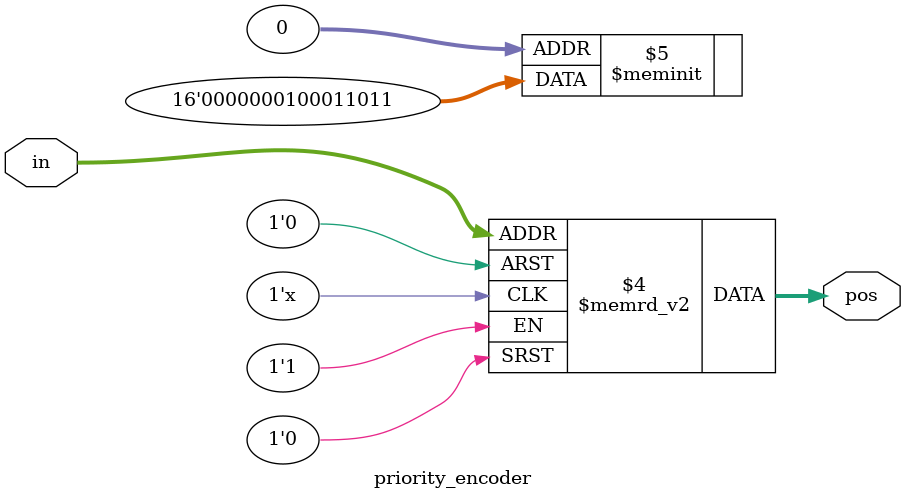
<source format=v>
module priority_encoder( 
input [2:0] in,
output reg [1:0] pos ); 
// When sel=1, assign b to out
always @( in ) 
	case (in)
		3'b000: {pos,pos} = 2'b11;
		3'b001: {pos,pos} = 2'b10;
		3'b010: {pos,pos} = 2'b01;
		3'b011: {pos,pos} = 2'b00;
		3'b100: {pos,pos} = 2'b01;
		3'b101: {pos,pos} = 2'b00;
		3'b110: {pos,pos} = 2'b00;
		3'b111: {pos,pos} = 2'b00;
		default: {pos,pos} = 2'b11;
	endcase
endmodule

</source>
